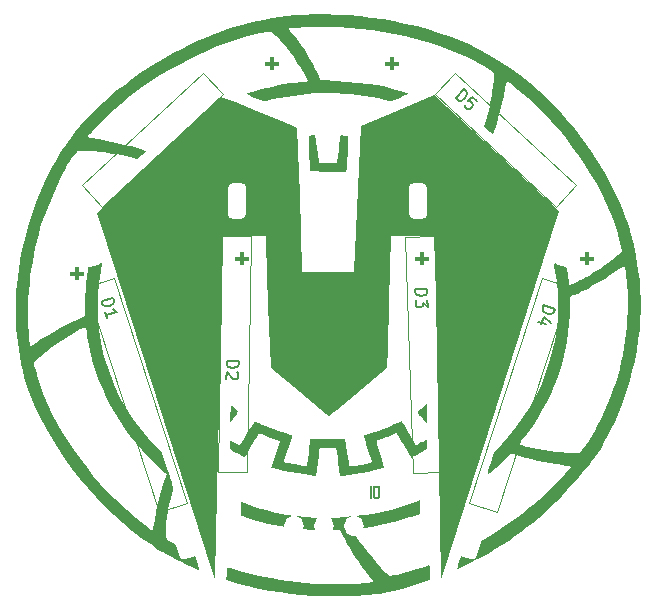
<source format=gbr>
%TF.GenerationSoftware,KiCad,Pcbnew,(7.0.0)*%
%TF.CreationDate,2024-01-04T11:39:15-05:00*%
%TF.ProjectId,MAGFest2023SolderingClass_variant1,4d414746-6573-4743-9230-3233536f6c64,rev?*%
%TF.SameCoordinates,Original*%
%TF.FileFunction,Legend,Top*%
%TF.FilePolarity,Positive*%
%FSLAX46Y46*%
G04 Gerber Fmt 4.6, Leading zero omitted, Abs format (unit mm)*
G04 Created by KiCad (PCBNEW (7.0.0)) date 2024-01-04 11:39:15*
%MOMM*%
%LPD*%
G01*
G04 APERTURE LIST*
G04 Aperture macros list*
%AMRoundRect*
0 Rectangle with rounded corners*
0 $1 Rounding radius*
0 $2 $3 $4 $5 $6 $7 $8 $9 X,Y pos of 4 corners*
0 Add a 4 corners polygon primitive as box body*
4,1,4,$2,$3,$4,$5,$6,$7,$8,$9,$2,$3,0*
0 Add four circle primitives for the rounded corners*
1,1,$1+$1,$2,$3*
1,1,$1+$1,$4,$5*
1,1,$1+$1,$6,$7*
1,1,$1+$1,$8,$9*
0 Add four rect primitives between the rounded corners*
20,1,$1+$1,$2,$3,$4,$5,0*
20,1,$1+$1,$4,$5,$6,$7,0*
20,1,$1+$1,$6,$7,$8,$9,0*
20,1,$1+$1,$8,$9,$2,$3,0*%
G04 Aperture macros list end*
%ADD10C,0.250000*%
%ADD11C,0.000000*%
%ADD12C,0.150000*%
%ADD13C,0.120000*%
%ADD14RoundRect,0.381000X-0.016563X1.181968X-0.708143X-0.946497X0.016563X-1.181968X0.708143X0.946497X0*%
%ADD15RoundRect,0.381000X-0.419820X1.105022X-0.341715X-1.131615X0.419820X-1.105022X0.341715X1.131615X0*%
%ADD16RoundRect,0.381000X-0.708143X0.946497X-0.016563X-1.181968X0.708143X-0.946497X0.016563X1.181968X0*%
%ADD17RoundRect,0.381000X0.558543X1.041802X-1.078226X-0.484510X-0.558543X-1.041802X1.078226X0.484510X0*%
%ADD18R,1.700000X1.700000*%
%ADD19O,1.700000X1.700000*%
%ADD20RoundRect,0.381000X-1.078226X0.484510X0.558543X-1.041802X1.078226X-0.484510X-0.558543X1.041802X0*%
%ADD21RoundRect,0.381000X-0.361413X1.125479X-0.400471X-1.112180X0.361413X-1.125479X0.400471X1.112180X0*%
G04 APERTURE END LIST*
D10*
G36*
X155537449Y-71934685D02*
G01*
X155118328Y-71934685D01*
X155118328Y-72341106D01*
X154825725Y-72341106D01*
X154825725Y-71934685D01*
X154406605Y-71934685D01*
X154406605Y-71622055D01*
X154825725Y-71622055D01*
X154825725Y-71215635D01*
X155118328Y-71215635D01*
X155118328Y-71622055D01*
X155537449Y-71622055D01*
X155537449Y-71934685D01*
G37*
G36*
X140297449Y-71934685D02*
G01*
X139878328Y-71934685D01*
X139878328Y-72341106D01*
X139585725Y-72341106D01*
X139585725Y-71934685D01*
X139166605Y-71934685D01*
X139166605Y-71622055D01*
X139585725Y-71622055D01*
X139585725Y-71215635D01*
X139878328Y-71215635D01*
X139878328Y-71622055D01*
X140297449Y-71622055D01*
X140297449Y-71934685D01*
G37*
G36*
X126327449Y-73204685D02*
G01*
X125908328Y-73204685D01*
X125908328Y-73611106D01*
X125615725Y-73611106D01*
X125615725Y-73204685D01*
X125196605Y-73204685D01*
X125196605Y-72892055D01*
X125615725Y-72892055D01*
X125615725Y-72485635D01*
X125908328Y-72485635D01*
X125908328Y-72892055D01*
X126327449Y-72892055D01*
X126327449Y-73204685D01*
G37*
G36*
X142837449Y-55424685D02*
G01*
X142418328Y-55424685D01*
X142418328Y-55831106D01*
X142125725Y-55831106D01*
X142125725Y-55424685D01*
X141706605Y-55424685D01*
X141706605Y-55112055D01*
X142125725Y-55112055D01*
X142125725Y-54705635D01*
X142418328Y-54705635D01*
X142418328Y-55112055D01*
X142837449Y-55112055D01*
X142837449Y-55424685D01*
G37*
G36*
X152997449Y-55424685D02*
G01*
X152578328Y-55424685D01*
X152578328Y-55831106D01*
X152285725Y-55831106D01*
X152285725Y-55424685D01*
X151866605Y-55424685D01*
X151866605Y-55112055D01*
X152285725Y-55112055D01*
X152285725Y-54705635D01*
X152578328Y-54705635D01*
X152578328Y-55112055D01*
X152997449Y-55112055D01*
X152997449Y-55424685D01*
G37*
G36*
X169507449Y-71934685D02*
G01*
X169088328Y-71934685D01*
X169088328Y-72341106D01*
X168795725Y-72341106D01*
X168795725Y-71934685D01*
X168376605Y-71934685D01*
X168376605Y-71622055D01*
X168795725Y-71622055D01*
X168795725Y-71215635D01*
X169088328Y-71215635D01*
X169088328Y-71622055D01*
X169507449Y-71622055D01*
X169507449Y-71934685D01*
G37*
D11*
G36*
X161291342Y-62832540D02*
G01*
X166581155Y-67756848D01*
X156614697Y-99015118D01*
X156110665Y-70397260D01*
X156110665Y-69880925D01*
X154214135Y-69880925D01*
X152874350Y-69883686D01*
X152466520Y-69886673D01*
X152355359Y-69888432D01*
X152316411Y-69890317D01*
X152167052Y-75453975D01*
X152059268Y-79379464D01*
X152008435Y-81017369D01*
X150953996Y-81912104D01*
X149296060Y-83296075D01*
X147760062Y-84566416D01*
X147264490Y-84970581D01*
X147071443Y-85120263D01*
X146862810Y-84954916D01*
X146327996Y-84512364D01*
X144603673Y-83065375D01*
X142181018Y-81020806D01*
X142161571Y-80830705D01*
X142097772Y-79262322D01*
X141971465Y-75758378D01*
X141776999Y-70378472D01*
X141753318Y-69880925D01*
X138121251Y-69880925D01*
X138121251Y-70247107D01*
X137802163Y-84490289D01*
X137482944Y-98703309D01*
X137482762Y-98739748D01*
X137482275Y-98774287D01*
X137481493Y-98806831D01*
X137480425Y-98837280D01*
X137479084Y-98865538D01*
X137477478Y-98891508D01*
X137475619Y-98915091D01*
X137473517Y-98936190D01*
X137471183Y-98954709D01*
X137468626Y-98970548D01*
X137465858Y-98983612D01*
X137464398Y-98989072D01*
X137462889Y-98993802D01*
X137461332Y-98997789D01*
X137459729Y-99001021D01*
X137458080Y-99003486D01*
X137456388Y-99005171D01*
X137454654Y-99006065D01*
X137452878Y-99006156D01*
X137451062Y-99005430D01*
X137449208Y-99003877D01*
X132450039Y-83438702D01*
X127469522Y-67883849D01*
X132637942Y-63007562D01*
X137938821Y-58059341D01*
X138227658Y-58155972D01*
X138952189Y-58439338D01*
X141131464Y-59327670D01*
X143322919Y-60247133D01*
X144062673Y-60569411D01*
X144372825Y-60720520D01*
X144611562Y-66379742D01*
X144842063Y-72800864D01*
X144843783Y-72922971D01*
X147022098Y-72922971D01*
X147608782Y-72922472D01*
X148086995Y-72920842D01*
X148466065Y-72917878D01*
X148755316Y-72913380D01*
X148869175Y-72910492D01*
X148964077Y-72907145D01*
X149041187Y-72903313D01*
X149101673Y-72898972D01*
X149146698Y-72894096D01*
X149177431Y-72888661D01*
X149187801Y-72885725D01*
X149195035Y-72882639D01*
X149199278Y-72879402D01*
X149200677Y-72876008D01*
X149772441Y-60583201D01*
X152881429Y-59256051D01*
X155987241Y-57939088D01*
X161291342Y-62832540D01*
G37*
G36*
X145904254Y-61323784D02*
G01*
X145906334Y-61323853D01*
X145908359Y-61323967D01*
X145910326Y-61324127D01*
X145912231Y-61324330D01*
X145914073Y-61324577D01*
X145915847Y-61324867D01*
X145917551Y-61325199D01*
X145919182Y-61325572D01*
X145920738Y-61325986D01*
X145922214Y-61326440D01*
X145923608Y-61326933D01*
X145924918Y-61327465D01*
X145926140Y-61328035D01*
X145927271Y-61328642D01*
X145928308Y-61329286D01*
X145929249Y-61329965D01*
X145930090Y-61330679D01*
X145930828Y-61331428D01*
X145931461Y-61332210D01*
X145931986Y-61333025D01*
X145932399Y-61333873D01*
X145932698Y-61334752D01*
X145932879Y-61335662D01*
X145932940Y-61336602D01*
X146066704Y-62398045D01*
X146217631Y-63543227D01*
X146239989Y-63684117D01*
X147763062Y-63684117D01*
X147788066Y-63505656D01*
X147833277Y-63148039D01*
X147906865Y-62538605D01*
X147938431Y-62277788D01*
X147967773Y-62045053D01*
X147994641Y-61842103D01*
X148018784Y-61670639D01*
X148039950Y-61532364D01*
X148057888Y-61428979D01*
X148065568Y-61390903D01*
X148072348Y-61362188D01*
X148078194Y-61343046D01*
X148083077Y-61333691D01*
X148086691Y-61332004D01*
X148093522Y-61330797D01*
X148115979Y-61329731D01*
X148190096Y-61332348D01*
X148291766Y-61340068D01*
X148407323Y-61351419D01*
X148523104Y-61364927D01*
X148625444Y-61379121D01*
X148700678Y-61392528D01*
X148723861Y-61398475D01*
X148735143Y-61403674D01*
X148740028Y-61437693D01*
X148741516Y-61521860D01*
X148735652Y-61813679D01*
X148698050Y-62702514D01*
X148644003Y-63638775D01*
X148617584Y-63989877D01*
X148595178Y-64191059D01*
X148554564Y-64416485D01*
X147050937Y-64409472D01*
X146464874Y-64404423D01*
X145980648Y-64395665D01*
X145792439Y-64390287D01*
X145648548Y-64384451D01*
X145555262Y-64378315D01*
X145529560Y-64375183D01*
X145518867Y-64372035D01*
X145503168Y-64237544D01*
X145483940Y-63905909D01*
X145443742Y-62911369D01*
X145415971Y-61908743D01*
X145412277Y-61567000D01*
X145418326Y-61418359D01*
X145421866Y-61411021D01*
X145426692Y-61404087D01*
X145432824Y-61397550D01*
X145440281Y-61391404D01*
X145449081Y-61385642D01*
X145459243Y-61380258D01*
X145470785Y-61375247D01*
X145483728Y-61370601D01*
X145498089Y-61366315D01*
X145513888Y-61362383D01*
X145531142Y-61358797D01*
X145549872Y-61355553D01*
X145570095Y-61352644D01*
X145591831Y-61350063D01*
X145615098Y-61347805D01*
X145639914Y-61345863D01*
X145720946Y-61339900D01*
X145794349Y-61333973D01*
X145852050Y-61328766D01*
X145872490Y-61326646D01*
X145885978Y-61324961D01*
X145888394Y-61324639D01*
X145890778Y-61324369D01*
X145893128Y-61324149D01*
X145895440Y-61323979D01*
X145897712Y-61323858D01*
X145899940Y-61323786D01*
X145902122Y-61323762D01*
X145904254Y-61323784D01*
G37*
G36*
X138795541Y-84196072D02*
G01*
X138807591Y-84201048D01*
X138821422Y-84208120D01*
X138853857Y-84228022D01*
X138891712Y-84254703D01*
X138933852Y-84287092D01*
X138979143Y-84324114D01*
X139026448Y-84364698D01*
X139074635Y-84407769D01*
X139122567Y-84452254D01*
X139169110Y-84497080D01*
X139213129Y-84541174D01*
X139253489Y-84583463D01*
X139289056Y-84622874D01*
X139318695Y-84658332D01*
X139341270Y-84688767D01*
X139349554Y-84701764D01*
X139355647Y-84713103D01*
X139359407Y-84722648D01*
X139360692Y-84730267D01*
X139359175Y-84739914D01*
X139354745Y-84753135D01*
X139337859Y-84789302D01*
X139311465Y-84836774D01*
X139276997Y-84893556D01*
X139189563Y-85027067D01*
X139087013Y-85173873D01*
X138980805Y-85318012D01*
X138882395Y-85443524D01*
X138839694Y-85494306D01*
X138803240Y-85534445D01*
X138774463Y-85561946D01*
X138763401Y-85570334D01*
X138754796Y-85574815D01*
X138749104Y-85576135D01*
X138744030Y-85576100D01*
X138741724Y-85575561D01*
X138739570Y-85574668D01*
X138737569Y-85573415D01*
X138735719Y-85571798D01*
X138732471Y-85567449D01*
X138729823Y-85561580D01*
X138727768Y-85554149D01*
X138726303Y-85545117D01*
X138725422Y-85534441D01*
X138725121Y-85522080D01*
X138725395Y-85507994D01*
X138726239Y-85492142D01*
X138727647Y-85474482D01*
X138729616Y-85454973D01*
X138735215Y-85410245D01*
X138740141Y-85363516D01*
X138744732Y-85299267D01*
X138752512Y-85129737D01*
X138757762Y-84924712D01*
X138759688Y-84707246D01*
X138760344Y-84594385D01*
X138762258Y-84493207D01*
X138765346Y-84404865D01*
X138767306Y-84365868D01*
X138769528Y-84330513D01*
X138772003Y-84298944D01*
X138774720Y-84271305D01*
X138777670Y-84247739D01*
X138780841Y-84228393D01*
X138784224Y-84213408D01*
X138785992Y-84207597D01*
X138787809Y-84202931D01*
X138789673Y-84199427D01*
X138791584Y-84197104D01*
X138793541Y-84195980D01*
X138795541Y-84196072D01*
G37*
G36*
X155520780Y-92460198D02*
G01*
X155533867Y-92675883D01*
X155538357Y-92761669D01*
X155540222Y-92834787D01*
X155538520Y-92896763D01*
X155536036Y-92924049D01*
X155532308Y-92949123D01*
X155527217Y-92972174D01*
X155520645Y-92993394D01*
X155512474Y-93012974D01*
X155502588Y-93031104D01*
X155490867Y-93047975D01*
X155477195Y-93063778D01*
X155461453Y-93078704D01*
X155443524Y-93092943D01*
X155423289Y-93106687D01*
X155400632Y-93120127D01*
X155347578Y-93146854D01*
X155283419Y-93174653D01*
X155207214Y-93205050D01*
X155014894Y-93279744D01*
X154350763Y-93525849D01*
X153646639Y-93757992D01*
X152917418Y-93972517D01*
X152177999Y-94165768D01*
X151443280Y-94334092D01*
X150728161Y-94473830D01*
X150047538Y-94581329D01*
X149416310Y-94652932D01*
X149357847Y-94658452D01*
X149303306Y-94664371D01*
X149253880Y-94670508D01*
X149210764Y-94676678D01*
X149191945Y-94679720D01*
X149175151Y-94682701D01*
X149160531Y-94685599D01*
X149148235Y-94688391D01*
X149138412Y-94691054D01*
X149131210Y-94693566D01*
X149128639Y-94694759D01*
X149126780Y-94695904D01*
X149125650Y-94697000D01*
X149125270Y-94698045D01*
X149131587Y-94743874D01*
X149150094Y-94802980D01*
X149221013Y-94957581D01*
X149332695Y-95154978D01*
X149479807Y-95388300D01*
X149657019Y-95650679D01*
X149858997Y-95935242D01*
X150315928Y-96543446D01*
X150807945Y-97157951D01*
X151053781Y-97450391D01*
X151292393Y-97723795D01*
X151518450Y-97971294D01*
X151726618Y-98186018D01*
X151911568Y-98361097D01*
X152067966Y-98489659D01*
X152250396Y-98623536D01*
X152556254Y-98574986D01*
X152835852Y-98521485D01*
X153187380Y-98440394D01*
X153588511Y-98338017D01*
X154016919Y-98220660D01*
X154450275Y-98094627D01*
X154866253Y-97966223D01*
X155242525Y-97841754D01*
X155556764Y-97727525D01*
X155567552Y-97724006D01*
X155577098Y-97722812D01*
X155585477Y-97724669D01*
X155592765Y-97730301D01*
X155599036Y-97740435D01*
X155604366Y-97755796D01*
X155608831Y-97777108D01*
X155612506Y-97805097D01*
X155617788Y-97884010D01*
X155620813Y-97998335D01*
X155622510Y-98356439D01*
X155622510Y-99010888D01*
X154843179Y-99260121D01*
X153870337Y-99558198D01*
X152975712Y-99801896D01*
X152548540Y-99904768D01*
X152129893Y-99995745D01*
X151716095Y-100075392D01*
X151303470Y-100144277D01*
X150888341Y-100202965D01*
X150467031Y-100252024D01*
X150035866Y-100292019D01*
X149591167Y-100323518D01*
X148646467Y-100363289D01*
X147603520Y-100375871D01*
X146646582Y-100363273D01*
X145711906Y-100324038D01*
X144793812Y-100257484D01*
X143886620Y-100162930D01*
X142984649Y-100039695D01*
X142082219Y-99887100D01*
X141173650Y-99704462D01*
X140253263Y-99491101D01*
X139823327Y-99383610D01*
X139481473Y-99293543D01*
X139144083Y-99198042D01*
X138727542Y-99074250D01*
X138413613Y-98979932D01*
X138440602Y-98448247D01*
X138449843Y-98240654D01*
X138453507Y-98159063D01*
X138457627Y-98091063D01*
X138463020Y-98035745D01*
X138466451Y-98012558D01*
X138470508Y-97992201D01*
X138475292Y-97974559D01*
X138480908Y-97959520D01*
X138487456Y-97946969D01*
X138495040Y-97936794D01*
X138503762Y-97928880D01*
X138513725Y-97923114D01*
X138525030Y-97919383D01*
X138537780Y-97917571D01*
X138552078Y-97917567D01*
X138568026Y-97919256D01*
X138585726Y-97922525D01*
X138605281Y-97927260D01*
X138650365Y-97940673D01*
X138704098Y-97958587D01*
X138840785Y-98004281D01*
X139506653Y-98207188D01*
X140183735Y-98393847D01*
X140870814Y-98564126D01*
X141566671Y-98717893D01*
X142270087Y-98855015D01*
X142979844Y-98975363D01*
X143694723Y-99078803D01*
X144413505Y-99165203D01*
X145134973Y-99234433D01*
X145857907Y-99286360D01*
X146581089Y-99320852D01*
X147303301Y-99337778D01*
X148023324Y-99337006D01*
X148739939Y-99318403D01*
X149451928Y-99281839D01*
X150158072Y-99227181D01*
X150396491Y-99205382D01*
X150493013Y-99196210D01*
X150575677Y-99187921D01*
X150612110Y-99184044D01*
X150645435Y-99180312D01*
X150675770Y-99176699D01*
X150703236Y-99173181D01*
X150727950Y-99169732D01*
X150750031Y-99166328D01*
X150769598Y-99162941D01*
X150786771Y-99159549D01*
X150801667Y-99156124D01*
X150814406Y-99152642D01*
X150820003Y-99150872D01*
X150825106Y-99149079D01*
X150829729Y-99147258D01*
X150833886Y-99145407D01*
X150837594Y-99143524D01*
X150840866Y-99141603D01*
X150843717Y-99139644D01*
X150846163Y-99137641D01*
X150848218Y-99135593D01*
X150849897Y-99133496D01*
X150851215Y-99131347D01*
X150852187Y-99129142D01*
X150852827Y-99126879D01*
X150853151Y-99124555D01*
X150853173Y-99122166D01*
X150852908Y-99119708D01*
X150852371Y-99117180D01*
X150851577Y-99114578D01*
X150850540Y-99111898D01*
X150849276Y-99109138D01*
X150846126Y-99103363D01*
X150842243Y-99097229D01*
X150837748Y-99090709D01*
X150832759Y-99083779D01*
X150247369Y-98306298D01*
X149923537Y-97869699D01*
X149620602Y-97446219D01*
X149339045Y-97036602D01*
X149079349Y-96641590D01*
X148841996Y-96261927D01*
X148627467Y-95898353D01*
X148436246Y-95551612D01*
X148268813Y-95222447D01*
X148054898Y-94781785D01*
X147078454Y-94780862D01*
X146541722Y-94774766D01*
X146011177Y-94757535D01*
X145486528Y-94729115D01*
X144967482Y-94689452D01*
X144453746Y-94638492D01*
X143945029Y-94576180D01*
X143441037Y-94502465D01*
X142941478Y-94417290D01*
X142446060Y-94320603D01*
X141954491Y-94212350D01*
X141466478Y-94092477D01*
X140981728Y-93960929D01*
X140499949Y-93817654D01*
X140020849Y-93662597D01*
X139544136Y-93495704D01*
X139069516Y-93316922D01*
X138571967Y-93122845D01*
X138571967Y-92562199D01*
X138572599Y-92430954D01*
X138573389Y-92371864D01*
X138574493Y-92317133D01*
X138575912Y-92266764D01*
X138577646Y-92220759D01*
X138579694Y-92179122D01*
X138582055Y-92141856D01*
X138584729Y-92108963D01*
X138587716Y-92080447D01*
X138591016Y-92056309D01*
X138594627Y-92036554D01*
X138598550Y-92021184D01*
X138600629Y-92015144D01*
X138602785Y-92010202D01*
X138605018Y-92006357D01*
X138607330Y-92003610D01*
X138609719Y-92001962D01*
X138612185Y-92001412D01*
X138633486Y-92006710D01*
X138678938Y-92021893D01*
X138830995Y-92077645D01*
X139045758Y-92160137D01*
X139300630Y-92260835D01*
X139714818Y-92420897D01*
X140139343Y-92574100D01*
X140570962Y-92719461D01*
X141006432Y-92856000D01*
X141442510Y-92982734D01*
X141875952Y-93098684D01*
X142303515Y-93202866D01*
X142721957Y-93294301D01*
X143521044Y-93441707D01*
X144327846Y-93557779D01*
X145140379Y-93642721D01*
X145956658Y-93696735D01*
X146774700Y-93720024D01*
X147592520Y-93712790D01*
X148408136Y-93675237D01*
X149219562Y-93607566D01*
X150024814Y-93509981D01*
X150821910Y-93382684D01*
X151608864Y-93225879D01*
X152383692Y-93039766D01*
X153144412Y-92824550D01*
X153889039Y-92580433D01*
X154615588Y-92307618D01*
X155322076Y-92006306D01*
X155491014Y-91929711D01*
X155520780Y-92460198D01*
G37*
G36*
X140833897Y-85542504D02*
G01*
X140841890Y-85544741D01*
X140865684Y-85553338D01*
X140898771Y-85566926D01*
X140939806Y-85584902D01*
X140987446Y-85606661D01*
X141040346Y-85631598D01*
X141097162Y-85659108D01*
X141156550Y-85688588D01*
X141433203Y-85821016D01*
X141745068Y-85958806D01*
X142080575Y-86097581D01*
X142428154Y-86232967D01*
X142776235Y-86360589D01*
X143113248Y-86476072D01*
X143427624Y-86575042D01*
X143707793Y-86653123D01*
X143816830Y-86677684D01*
X143859607Y-86688251D01*
X143894339Y-86700946D01*
X143920867Y-86718224D01*
X143931004Y-86729347D01*
X143939028Y-86742536D01*
X143944921Y-86758097D01*
X143948662Y-86776337D01*
X143949606Y-86822079D01*
X143941700Y-86882215D01*
X143924782Y-86959199D01*
X143898690Y-87055483D01*
X143863264Y-87173522D01*
X143624980Y-87912278D01*
X143487727Y-88340015D01*
X143376470Y-88690995D01*
X143302618Y-88928940D01*
X143283284Y-88994188D01*
X143277581Y-89017575D01*
X143575679Y-89077274D01*
X144217631Y-89198812D01*
X144863328Y-89318465D01*
X145172662Y-89372510D01*
X145181972Y-89368821D01*
X145191390Y-89357508D01*
X145200979Y-89338196D01*
X145210800Y-89310513D01*
X145231384Y-89228540D01*
X145253639Y-89108605D01*
X145278058Y-88947724D01*
X145305135Y-88742913D01*
X145369245Y-88189561D01*
X145401233Y-87909259D01*
X145433556Y-87645874D01*
X145462431Y-87428973D01*
X145474393Y-87347194D01*
X145484075Y-87288125D01*
X145524819Y-87062833D01*
X146987041Y-87062833D01*
X147554855Y-87064317D01*
X148019990Y-87068355D01*
X148334437Y-87074328D01*
X148420150Y-87077847D01*
X148442503Y-87079705D01*
X148450187Y-87081616D01*
X148511851Y-87491195D01*
X148641381Y-88265017D01*
X148772846Y-89017482D01*
X148818700Y-89265205D01*
X148840314Y-89362988D01*
X148857385Y-89367254D01*
X148894360Y-89367424D01*
X149019673Y-89356803D01*
X149199562Y-89333780D01*
X149417338Y-89301009D01*
X149656309Y-89261143D01*
X149899785Y-89216837D01*
X150131076Y-89170746D01*
X150333491Y-89125523D01*
X150734334Y-89029084D01*
X150701129Y-88928540D01*
X150571015Y-88500255D01*
X150355450Y-87769501D01*
X150153477Y-87074515D01*
X150064143Y-86753533D01*
X150064573Y-86751874D01*
X150065848Y-86750004D01*
X150070851Y-86745659D01*
X150078983Y-86740560D01*
X150090076Y-86734768D01*
X150120470Y-86721354D01*
X150160683Y-86705908D01*
X150209367Y-86688925D01*
X150265174Y-86670896D01*
X150326754Y-86652315D01*
X150392758Y-86633675D01*
X150693293Y-86546556D01*
X151013904Y-86444193D01*
X151346155Y-86329788D01*
X151681609Y-86206540D01*
X152011829Y-86077649D01*
X152328378Y-85946315D01*
X152622821Y-85815737D01*
X152886720Y-85689114D01*
X152946544Y-85659530D01*
X153004239Y-85631992D01*
X153058406Y-85607100D01*
X153107646Y-85585449D01*
X153150561Y-85567637D01*
X153185753Y-85554259D01*
X153200015Y-85549421D01*
X153211823Y-85545914D01*
X153221000Y-85543815D01*
X153227372Y-85543198D01*
X153234975Y-85548137D01*
X153247717Y-85562340D01*
X153287438Y-85616641D01*
X153344185Y-85702305D01*
X153415605Y-85815535D01*
X153593060Y-86109507D01*
X153800988Y-86468182D01*
X154191363Y-87151964D01*
X154391538Y-87498998D01*
X154456357Y-87606152D01*
X154922689Y-87325036D01*
X155016798Y-87268599D01*
X155105501Y-87215944D01*
X155186791Y-87168226D01*
X155258659Y-87126598D01*
X155319099Y-87092213D01*
X155366103Y-87066224D01*
X155397662Y-87049785D01*
X155407024Y-87045507D01*
X155411771Y-87044049D01*
X155414097Y-87046143D01*
X155416356Y-87052287D01*
X155420625Y-87075900D01*
X155424485Y-87113232D01*
X155427844Y-87162630D01*
X155430606Y-87222440D01*
X155432681Y-87291008D01*
X155433974Y-87366680D01*
X155434392Y-87447800D01*
X155433995Y-87851556D01*
X154772271Y-88227132D01*
X154513309Y-88373750D01*
X154297197Y-88495402D01*
X154146544Y-88579424D01*
X154102830Y-88603368D01*
X154083959Y-88613156D01*
X154078147Y-88608869D01*
X154066432Y-88594175D01*
X154026567Y-88535665D01*
X153890036Y-88316859D01*
X153694792Y-87990350D01*
X153461263Y-87589749D01*
X153340874Y-87382034D01*
X153227290Y-87188258D01*
X153123085Y-87012661D01*
X153030834Y-86859482D01*
X152953113Y-86732962D01*
X152892496Y-86637341D01*
X152851558Y-86576859D01*
X152839274Y-86561120D01*
X152835319Y-86557108D01*
X152832875Y-86555756D01*
X152813954Y-86560701D01*
X152772330Y-86574871D01*
X152631479Y-86626913D01*
X152431320Y-86703933D01*
X152192849Y-86797982D01*
X152066004Y-86847953D01*
X151938398Y-86897114D01*
X151694738Y-86987973D01*
X151585597Y-87027156D01*
X151489525Y-87060500D01*
X151409980Y-87086746D01*
X151350417Y-87104638D01*
X151258973Y-87129856D01*
X151222766Y-87141345D01*
X151192672Y-87153395D01*
X151179862Y-87159936D01*
X151168516Y-87166985D01*
X151158612Y-87174665D01*
X151150127Y-87183097D01*
X151143040Y-87192406D01*
X151137330Y-87202712D01*
X151132975Y-87214139D01*
X151129953Y-87226809D01*
X151128242Y-87240845D01*
X151127822Y-87256369D01*
X151128669Y-87273505D01*
X151130764Y-87292373D01*
X151138605Y-87335802D01*
X151151173Y-87387635D01*
X151168294Y-87448854D01*
X151189795Y-87520439D01*
X151245244Y-87698628D01*
X151326009Y-87963448D01*
X151411122Y-88251962D01*
X151574618Y-88828463D01*
X151643117Y-89080645D01*
X151696194Y-89284910D01*
X151728905Y-89423357D01*
X151736080Y-89462303D01*
X151736310Y-89478082D01*
X151689791Y-89504138D01*
X151598718Y-89536375D01*
X151301451Y-89615865D01*
X150881600Y-89709498D01*
X150376253Y-89810216D01*
X149822500Y-89910966D01*
X149257430Y-90004691D01*
X148718131Y-90084336D01*
X148241694Y-90142846D01*
X148015344Y-90166661D01*
X147875512Y-89012280D01*
X147819519Y-88562281D01*
X147770372Y-88190503D01*
X147750025Y-88046005D01*
X147733380Y-87935531D01*
X147721101Y-87863903D01*
X147716806Y-87844164D01*
X147713851Y-87835946D01*
X147708062Y-87833632D01*
X147695452Y-87831268D01*
X147651219Y-87826453D01*
X147496859Y-87816961D01*
X147273989Y-87808561D01*
X147005826Y-87802342D01*
X146319629Y-87790700D01*
X146276767Y-88065205D01*
X146254101Y-88223643D01*
X146224032Y-88452143D01*
X146157308Y-88996938D01*
X146128929Y-89235777D01*
X146101929Y-89453751D01*
X146076743Y-89647779D01*
X146053806Y-89814781D01*
X146033554Y-89951676D01*
X146016423Y-90055383D01*
X146002848Y-90122823D01*
X145997530Y-90141980D01*
X145993264Y-90150914D01*
X145949423Y-90159067D01*
X145851046Y-90155420D01*
X145516637Y-90117329D01*
X145041935Y-90045852D01*
X144478840Y-89950196D01*
X143879252Y-89839570D01*
X143295068Y-89723183D01*
X142778189Y-89610244D01*
X142380513Y-89509961D01*
X142226920Y-89466439D01*
X142590592Y-88333230D01*
X142954129Y-87200150D01*
X142443748Y-87023675D01*
X142216611Y-86942504D01*
X141975634Y-86851845D01*
X141749539Y-86762798D01*
X141651049Y-86722348D01*
X141567052Y-86686463D01*
X141201001Y-86525597D01*
X140988540Y-86888074D01*
X140766912Y-87255414D01*
X140441464Y-87785062D01*
X140131420Y-88284025D01*
X139956004Y-88559312D01*
X139947014Y-88561941D01*
X139928054Y-88558749D01*
X139861862Y-88535700D01*
X139760695Y-88491765D01*
X139627821Y-88428544D01*
X139466509Y-88347637D01*
X139280027Y-88250645D01*
X139071642Y-88139166D01*
X138844623Y-88014802D01*
X138685210Y-87926564D01*
X138684945Y-87541730D01*
X138685502Y-87464377D01*
X138687192Y-87392223D01*
X138689896Y-87326845D01*
X138691591Y-87297189D01*
X138693494Y-87269818D01*
X138695592Y-87244929D01*
X138697868Y-87222719D01*
X138700308Y-87203385D01*
X138702898Y-87187125D01*
X138705621Y-87174135D01*
X138708463Y-87164613D01*
X138709925Y-87161213D01*
X138711410Y-87158755D01*
X138712918Y-87157261D01*
X138714446Y-87156758D01*
X138719447Y-87157829D01*
X138728111Y-87160971D01*
X138755599Y-87173045D01*
X138795257Y-87192135D01*
X138845431Y-87217398D01*
X138970709Y-87283058D01*
X139118199Y-87363267D01*
X139271495Y-87449347D01*
X139332581Y-87482827D01*
X139385168Y-87509204D01*
X139408714Y-87519557D01*
X139430663Y-87527928D01*
X139451190Y-87534250D01*
X139470471Y-87538454D01*
X139488683Y-87540471D01*
X139506000Y-87540232D01*
X139522599Y-87537670D01*
X139538656Y-87532716D01*
X139554346Y-87525301D01*
X139569845Y-87515356D01*
X139585329Y-87502814D01*
X139600974Y-87487606D01*
X139616955Y-87469663D01*
X139633449Y-87448918D01*
X139668678Y-87398743D01*
X139708065Y-87336534D01*
X139753019Y-87261743D01*
X139865251Y-87072224D01*
X140167950Y-86569086D01*
X140477893Y-86058209D01*
X140541916Y-85954469D01*
X140603051Y-85857686D01*
X140659861Y-85769977D01*
X140710909Y-85693464D01*
X140754757Y-85630264D01*
X140773532Y-85604319D01*
X140789968Y-85582497D01*
X140803886Y-85565064D01*
X140815106Y-85552283D01*
X140823448Y-85544421D01*
X140826484Y-85542417D01*
X140828732Y-85541741D01*
X140833897Y-85542504D01*
G37*
G36*
X155367494Y-84081476D02*
G01*
X155370734Y-84094194D01*
X155376823Y-84143068D01*
X155382282Y-84220337D01*
X155386983Y-84322575D01*
X155393595Y-84588254D01*
X155395631Y-84912694D01*
X155394311Y-85748383D01*
X155226163Y-85560525D01*
X155144242Y-85466583D01*
X155046820Y-85351142D01*
X154941798Y-85224017D01*
X154837078Y-85095026D01*
X154740562Y-84973984D01*
X154660152Y-84870709D01*
X154603750Y-84795016D01*
X154587022Y-84770581D01*
X154579259Y-84756722D01*
X154579215Y-84754818D01*
X154580159Y-84752096D01*
X154584915Y-84744289D01*
X154593337Y-84733484D01*
X154605236Y-84719862D01*
X154638699Y-84684889D01*
X154683786Y-84640820D01*
X154738974Y-84589105D01*
X154802743Y-84531193D01*
X154873572Y-84468534D01*
X154949941Y-84402577D01*
X155027197Y-84337204D01*
X155100571Y-84276217D01*
X155168364Y-84220950D01*
X155228877Y-84172738D01*
X155280411Y-84132917D01*
X155321266Y-84102821D01*
X155337158Y-84091836D01*
X155349743Y-84083784D01*
X155358810Y-84078830D01*
X155361957Y-84077567D01*
X155364144Y-84077142D01*
X155367494Y-84081476D01*
G37*
G36*
X121037228Y-80662698D02*
G01*
X122139287Y-80662698D01*
X122141856Y-80713430D01*
X122149699Y-80772041D01*
X122162587Y-80840197D01*
X122180291Y-80919564D01*
X122202582Y-81011810D01*
X122260009Y-81241603D01*
X122455641Y-81941976D01*
X122697840Y-82662355D01*
X122984207Y-83398997D01*
X123312346Y-84148159D01*
X123679858Y-84906100D01*
X124084347Y-85669078D01*
X124523413Y-86433349D01*
X124994660Y-87195173D01*
X125495689Y-87950806D01*
X126024104Y-88696507D01*
X126577505Y-89428533D01*
X127153497Y-90143142D01*
X127749679Y-90836592D01*
X128363656Y-91505140D01*
X128993030Y-92145045D01*
X129635402Y-92752564D01*
X129988574Y-93065836D01*
X130384627Y-93403646D01*
X130796642Y-93744644D01*
X131197700Y-94067478D01*
X131560881Y-94350798D01*
X131859266Y-94573254D01*
X131975748Y-94654986D01*
X132065936Y-94713495D01*
X132126465Y-94746112D01*
X132144556Y-94751877D01*
X132153971Y-94750169D01*
X132156634Y-94745380D01*
X132159883Y-94736523D01*
X132167954Y-94707499D01*
X132177827Y-94664897D01*
X132189143Y-94610518D01*
X132214674Y-94473626D01*
X132241680Y-94311223D01*
X132329480Y-93792911D01*
X132430497Y-93269776D01*
X132543005Y-92748703D01*
X132665277Y-92236577D01*
X132795586Y-91740282D01*
X132932205Y-91266703D01*
X133073406Y-90822726D01*
X133217463Y-90415234D01*
X133244421Y-90342545D01*
X133269566Y-90273386D01*
X133292347Y-90209365D01*
X133312217Y-90152089D01*
X133328627Y-90103167D01*
X133341028Y-90064205D01*
X133348871Y-90036810D01*
X133350912Y-90027953D01*
X133351607Y-90022591D01*
X133349318Y-90017142D01*
X133342601Y-90007980D01*
X133316790Y-89979366D01*
X133275984Y-89938449D01*
X133221994Y-89886927D01*
X133156632Y-89826501D01*
X133081707Y-89758869D01*
X132999031Y-89685731D01*
X132910414Y-89608785D01*
X132336406Y-89093200D01*
X131784174Y-88553207D01*
X131254539Y-87990205D01*
X130748323Y-87405591D01*
X130266349Y-86800765D01*
X129809438Y-86177125D01*
X129378411Y-85536069D01*
X128974092Y-84878995D01*
X128597301Y-84207302D01*
X128248860Y-83522387D01*
X127929591Y-82825651D01*
X127640317Y-82118489D01*
X127381859Y-81402303D01*
X127155038Y-80678488D01*
X126960677Y-79948445D01*
X126799597Y-79213570D01*
X126764864Y-79026377D01*
X126725876Y-78800858D01*
X126645990Y-78305124D01*
X126581657Y-77866937D01*
X126562110Y-77713351D01*
X126554594Y-77626864D01*
X126544902Y-77602851D01*
X126517273Y-77592243D01*
X126472723Y-77594388D01*
X126412271Y-77608639D01*
X126247723Y-77670859D01*
X126031764Y-77773705D01*
X125772529Y-77911984D01*
X125478152Y-78080499D01*
X124816513Y-78487456D01*
X124111924Y-78953015D01*
X123429463Y-79435611D01*
X123116869Y-79670309D01*
X122834210Y-79893681D01*
X122589623Y-80100531D01*
X122391243Y-80285662D01*
X122288190Y-80388182D01*
X122247435Y-80430428D01*
X122213556Y-80468886D01*
X122186324Y-80505224D01*
X122175129Y-80523118D01*
X122165510Y-80541107D01*
X122157438Y-80559399D01*
X122150885Y-80578203D01*
X122145822Y-80597726D01*
X122142220Y-80618178D01*
X122140051Y-80639765D01*
X122139287Y-80662698D01*
X121037228Y-80662698D01*
X121027961Y-80622106D01*
X120910257Y-80032058D01*
X120809898Y-79442593D01*
X120726843Y-78852578D01*
X120661047Y-78260884D01*
X120612468Y-77666379D01*
X120581063Y-77067932D01*
X120566788Y-76464413D01*
X120569601Y-75854691D01*
X120589459Y-75237634D01*
X120626319Y-74612112D01*
X120680137Y-73976993D01*
X120750871Y-73331147D01*
X120838477Y-72673443D01*
X120942913Y-72002749D01*
X121058405Y-71367452D01*
X121194396Y-70722329D01*
X121349562Y-70070870D01*
X121522576Y-69416567D01*
X121712115Y-68762911D01*
X121916852Y-68113392D01*
X122135462Y-67471501D01*
X122366620Y-66840729D01*
X122609000Y-66224567D01*
X122861278Y-65626506D01*
X123122128Y-65050037D01*
X123390224Y-64498650D01*
X123664242Y-63975837D01*
X123942856Y-63485088D01*
X124224741Y-63029894D01*
X124508571Y-62613746D01*
X124815719Y-62180921D01*
X125250859Y-61562160D01*
X125620617Y-61060513D01*
X126029268Y-60554713D01*
X126474670Y-60046486D01*
X126954678Y-59537560D01*
X127467151Y-59029660D01*
X128009944Y-58524513D01*
X128580915Y-58023844D01*
X129177921Y-57529381D01*
X129798818Y-57042848D01*
X130441464Y-56565974D01*
X131103715Y-56100483D01*
X131783428Y-55648102D01*
X132478461Y-55210558D01*
X133186669Y-54789576D01*
X133905911Y-54386883D01*
X134634043Y-54004205D01*
X135285053Y-53681656D01*
X135929004Y-53379740D01*
X136567109Y-53098117D01*
X137200577Y-52836448D01*
X137830619Y-52594391D01*
X138458448Y-52371609D01*
X139085273Y-52167761D01*
X139712305Y-51982507D01*
X140340756Y-51815508D01*
X140971836Y-51666424D01*
X141606757Y-51534915D01*
X142246730Y-51420642D01*
X142892964Y-51323264D01*
X143546672Y-51242443D01*
X144209065Y-51177838D01*
X144881352Y-51129110D01*
X145825117Y-51089010D01*
X146781977Y-51081295D01*
X147748670Y-51105331D01*
X148721931Y-51160482D01*
X149698499Y-51246112D01*
X150675109Y-51361587D01*
X151648499Y-51506270D01*
X152615405Y-51679526D01*
X153572565Y-51880720D01*
X154516715Y-52109217D01*
X155444592Y-52364380D01*
X156352933Y-52645576D01*
X157238474Y-52952167D01*
X158097953Y-53283519D01*
X158928106Y-53638996D01*
X159725671Y-54017963D01*
X160625327Y-54497148D01*
X161512657Y-55027104D01*
X162385570Y-55605602D01*
X163241974Y-56230415D01*
X164079777Y-56899314D01*
X164896888Y-57610071D01*
X165691216Y-58360459D01*
X166460670Y-59148250D01*
X167203159Y-59971215D01*
X167916590Y-60827127D01*
X168598872Y-61713758D01*
X169247915Y-62628879D01*
X169861627Y-63570263D01*
X170437916Y-64535681D01*
X170974691Y-65522907D01*
X171469861Y-66529712D01*
X171711733Y-67070476D01*
X171951277Y-67646224D01*
X172179272Y-68230784D01*
X172386494Y-68797984D01*
X172563721Y-69321651D01*
X172701730Y-69775615D01*
X172753146Y-69968278D01*
X172791299Y-70133702D01*
X172815036Y-70268613D01*
X172823205Y-70369740D01*
X172823280Y-70373407D01*
X172823502Y-70377111D01*
X172823869Y-70380845D01*
X172824375Y-70384602D01*
X172825018Y-70388377D01*
X172825793Y-70392162D01*
X172827727Y-70399736D01*
X172830149Y-70407272D01*
X172833027Y-70414717D01*
X172836333Y-70422019D01*
X172840038Y-70429123D01*
X172844112Y-70435978D01*
X172848525Y-70442531D01*
X172853249Y-70448728D01*
X172858253Y-70454517D01*
X172863508Y-70459845D01*
X172866221Y-70462320D01*
X172868985Y-70464659D01*
X172871798Y-70466857D01*
X172874654Y-70468906D01*
X172877552Y-70470800D01*
X172880486Y-70472533D01*
X172891018Y-70483931D01*
X172902609Y-70507585D01*
X172929795Y-70596282D01*
X172963696Y-70747867D01*
X173005966Y-70971586D01*
X173122222Y-71672403D01*
X173291783Y-72772687D01*
X173397781Y-73595511D01*
X173468439Y-74428861D01*
X173504006Y-75271323D01*
X173504732Y-76121487D01*
X173470866Y-76977939D01*
X173402657Y-77839268D01*
X173300353Y-78704061D01*
X173164204Y-79570907D01*
X172994458Y-80438393D01*
X172791365Y-81305108D01*
X172555174Y-82169638D01*
X172286133Y-83030573D01*
X171984492Y-83886499D01*
X171650500Y-84736005D01*
X171284405Y-85577678D01*
X170886456Y-86410107D01*
X170635644Y-86904036D01*
X170410209Y-87327432D01*
X170302476Y-87519599D01*
X170195646Y-87702435D01*
X170087907Y-87878706D01*
X169977446Y-88051182D01*
X169862448Y-88222628D01*
X169741101Y-88395811D01*
X169611591Y-88573500D01*
X169472104Y-88758462D01*
X169155945Y-89161271D01*
X168778119Y-89626378D01*
X168271093Y-90234764D01*
X167774692Y-90811384D01*
X167286451Y-91358374D01*
X166803907Y-91877865D01*
X166324598Y-92371991D01*
X165846058Y-92842887D01*
X165365826Y-93292685D01*
X164881438Y-93723520D01*
X164390429Y-94137525D01*
X163890338Y-94536833D01*
X163378700Y-94923579D01*
X162853052Y-95299895D01*
X162310931Y-95667915D01*
X161749873Y-96029774D01*
X161167415Y-96387604D01*
X160561093Y-96743539D01*
X160256745Y-96913121D01*
X159881838Y-97114189D01*
X159469225Y-97330068D01*
X159051758Y-97544085D01*
X158662290Y-97739567D01*
X158333673Y-97899840D01*
X158098758Y-98008230D01*
X158026706Y-98037760D01*
X157990399Y-98048066D01*
X157973302Y-98048690D01*
X157967039Y-98047201D01*
X157962834Y-98042493D01*
X157961083Y-98033054D01*
X157962188Y-98017371D01*
X157974559Y-97961217D01*
X158003139Y-97861928D01*
X158051123Y-97707399D01*
X158218076Y-97184201D01*
X158440324Y-96489404D01*
X158937341Y-96230248D01*
X159535573Y-95910393D01*
X160122284Y-95580805D01*
X160697401Y-95241537D01*
X161260853Y-94892647D01*
X161812569Y-94534188D01*
X162352476Y-94166216D01*
X162880504Y-93788785D01*
X163396581Y-93401951D01*
X163900635Y-93005769D01*
X164392595Y-92600294D01*
X164872390Y-92185580D01*
X165339947Y-91761683D01*
X165795196Y-91328658D01*
X166238065Y-90886560D01*
X166668483Y-90435444D01*
X167086377Y-89975365D01*
X167189364Y-89858512D01*
X167284925Y-89748989D01*
X167371005Y-89649226D01*
X167445548Y-89561655D01*
X167506498Y-89488707D01*
X167551799Y-89432812D01*
X167567939Y-89412019D01*
X167579396Y-89396401D01*
X167585912Y-89386262D01*
X167587238Y-89383342D01*
X167587232Y-89381905D01*
X167571606Y-89377322D01*
X167532052Y-89369324D01*
X167391755Y-89344848D01*
X167187536Y-89312011D01*
X166940591Y-89274350D01*
X166392168Y-89187861D01*
X165847789Y-89092512D01*
X165313646Y-88989667D01*
X164795928Y-88880685D01*
X164300826Y-88766928D01*
X163834530Y-88649757D01*
X163403229Y-88530533D01*
X163013116Y-88410619D01*
X162498105Y-88242608D01*
X162229951Y-88524922D01*
X162131950Y-88625850D01*
X162020135Y-88737129D01*
X161765887Y-88981151D01*
X161488869Y-89237804D01*
X161210741Y-89487906D01*
X160953163Y-89712272D01*
X160737798Y-89891721D01*
X160652713Y-89958606D01*
X160586305Y-90007067D01*
X160541279Y-90034707D01*
X160527631Y-90039970D01*
X160520345Y-90039128D01*
X160519842Y-90032301D01*
X160522358Y-90016306D01*
X160535882Y-89958740D01*
X160592955Y-89754786D01*
X160682548Y-89458087D01*
X160795644Y-89099461D01*
X161091184Y-88179902D01*
X161583837Y-87658936D01*
X161745800Y-87477909D01*
X163205385Y-87477909D01*
X163207916Y-87489189D01*
X163213356Y-87499863D01*
X163221822Y-87510047D01*
X163233431Y-87519857D01*
X163248299Y-87529410D01*
X163288283Y-87548209D01*
X163342707Y-87567375D01*
X163412506Y-87587838D01*
X163601969Y-87636377D01*
X163864148Y-87701272D01*
X164340425Y-87813226D01*
X164830251Y-87913780D01*
X165326489Y-88001954D01*
X165822001Y-88076765D01*
X166309649Y-88137234D01*
X166782297Y-88182378D01*
X167232807Y-88211216D01*
X167654042Y-88222768D01*
X168325025Y-88227132D01*
X168475839Y-88058061D01*
X168554701Y-87964114D01*
X168644296Y-87847546D01*
X168850024Y-87555907D01*
X169081697Y-87201872D01*
X169327993Y-86804169D01*
X169577589Y-86381524D01*
X169819160Y-85952665D01*
X170041383Y-85536320D01*
X170232934Y-85151215D01*
X170497012Y-84576167D01*
X170743362Y-84000625D01*
X170972082Y-83424151D01*
X171183273Y-82846306D01*
X171377033Y-82266653D01*
X171553463Y-81684753D01*
X171712663Y-81100168D01*
X171854731Y-80512461D01*
X171979768Y-79921192D01*
X172087873Y-79325924D01*
X172179145Y-78726219D01*
X172253685Y-78121639D01*
X172311592Y-77511745D01*
X172352965Y-76896099D01*
X172377905Y-76274263D01*
X172386510Y-75645799D01*
X172385740Y-75206116D01*
X172382010Y-74834408D01*
X172374234Y-74510877D01*
X172361325Y-74215725D01*
X172342196Y-73929156D01*
X172315761Y-73631372D01*
X172280932Y-73302576D01*
X172236623Y-72922971D01*
X172223874Y-72820588D01*
X172211061Y-72724051D01*
X172198527Y-72635548D01*
X172186616Y-72557266D01*
X172175673Y-72491393D01*
X172166040Y-72440116D01*
X172161824Y-72420634D01*
X172158063Y-72405622D01*
X172154803Y-72395353D01*
X172152085Y-72390099D01*
X172145880Y-72390012D01*
X172132433Y-72394899D01*
X172085355Y-72418649D01*
X172013935Y-72459453D01*
X171921255Y-72515412D01*
X171810400Y-72584630D01*
X171684452Y-72665208D01*
X171399613Y-72852856D01*
X170921931Y-73165866D01*
X170432901Y-73472847D01*
X169941824Y-73768551D01*
X169458003Y-74047731D01*
X168990738Y-74305138D01*
X168549333Y-74535526D01*
X168143089Y-74733646D01*
X167781308Y-74894250D01*
X167527833Y-74999818D01*
X167527440Y-75698317D01*
X167510077Y-76485512D01*
X167459042Y-77267846D01*
X167374647Y-78044451D01*
X167257204Y-78814456D01*
X167107028Y-79576992D01*
X166924429Y-80331188D01*
X166709722Y-81076176D01*
X166463218Y-81811086D01*
X166185231Y-82535047D01*
X165876074Y-83247190D01*
X165536058Y-83946646D01*
X165165498Y-84632545D01*
X164764705Y-85304016D01*
X164333993Y-85960191D01*
X163873674Y-86600200D01*
X163384061Y-87223172D01*
X163294243Y-87329914D01*
X163259312Y-87372202D01*
X163232279Y-87408343D01*
X163214079Y-87439268D01*
X163208583Y-87453065D01*
X163205646Y-87465906D01*
X163205385Y-87477909D01*
X161745800Y-87477909D01*
X162291320Y-86868181D01*
X162946345Y-86048278D01*
X163548200Y-85201518D01*
X164096173Y-84330190D01*
X164589552Y-83436585D01*
X165027624Y-82522992D01*
X165409678Y-81591700D01*
X165735000Y-80645000D01*
X166002880Y-79685182D01*
X166212604Y-78714534D01*
X166363461Y-77735348D01*
X166454738Y-76749912D01*
X166485724Y-75760517D01*
X166455706Y-74769452D01*
X166363972Y-73779007D01*
X166209809Y-72791472D01*
X166132024Y-72378325D01*
X166425580Y-71450168D01*
X166485086Y-71264259D01*
X166541588Y-71091883D01*
X166593780Y-70936737D01*
X166640356Y-70802518D01*
X166680012Y-70692924D01*
X166711442Y-70611652D01*
X166723665Y-70582793D01*
X166733342Y-70562400D01*
X166740309Y-70550937D01*
X166742726Y-70548698D01*
X166744405Y-70548865D01*
X166765171Y-70584351D01*
X166791235Y-70650659D01*
X166856466Y-70863429D01*
X166934512Y-71162557D01*
X167019786Y-71523424D01*
X167106704Y-71921411D01*
X167189679Y-72331899D01*
X167263125Y-72730271D01*
X167321458Y-73091906D01*
X167438405Y-73891875D01*
X167446933Y-73941971D01*
X167452710Y-73961064D01*
X167460841Y-73975861D01*
X167466106Y-73981573D01*
X167472339Y-73986119D01*
X167479665Y-73989469D01*
X167488212Y-73991592D01*
X167498105Y-73992458D01*
X167509472Y-73992036D01*
X167537128Y-73987207D01*
X167572192Y-73976861D01*
X167615674Y-73960753D01*
X167668584Y-73938638D01*
X167731932Y-73910273D01*
X167893986Y-73833814D01*
X168109918Y-73729420D01*
X168346771Y-73611583D01*
X168588015Y-73485696D01*
X168832141Y-73352757D01*
X169077641Y-73213760D01*
X169566738Y-72921577D01*
X170043245Y-72617112D01*
X170495102Y-72308331D01*
X170708018Y-72154811D01*
X170910250Y-72003200D01*
X171100289Y-71854492D01*
X171276628Y-71709684D01*
X171437760Y-71569770D01*
X171582177Y-71435748D01*
X171899808Y-71129493D01*
X171831281Y-70758679D01*
X171679675Y-70072752D01*
X171474262Y-69355064D01*
X171218121Y-68610741D01*
X170914331Y-67844910D01*
X170565972Y-67062697D01*
X170176122Y-66269228D01*
X169747862Y-65469630D01*
X169284270Y-64669029D01*
X168788426Y-63872553D01*
X168263409Y-63085326D01*
X167712298Y-62312476D01*
X167138172Y-61559129D01*
X166544112Y-60830412D01*
X165933195Y-60131451D01*
X165308502Y-59467372D01*
X164673112Y-58843302D01*
X164328001Y-58525792D01*
X163936784Y-58177860D01*
X163527125Y-57822664D01*
X163126688Y-57483360D01*
X162763135Y-57183104D01*
X162464130Y-56945054D01*
X162347478Y-56856593D01*
X162257337Y-56792367D01*
X162197165Y-56755270D01*
X162179397Y-56747800D01*
X162170419Y-56748198D01*
X162156362Y-56804999D01*
X162124844Y-56953068D01*
X162028073Y-57433072D01*
X161904707Y-58015267D01*
X161759588Y-58630225D01*
X161602016Y-59245450D01*
X161441293Y-59828444D01*
X161286722Y-60346711D01*
X161147604Y-60767752D01*
X161086747Y-60931658D01*
X161033241Y-61059072D01*
X160988250Y-61145930D01*
X160969310Y-61172882D01*
X160952935Y-61188171D01*
X160947612Y-61188611D01*
X160938939Y-61185654D01*
X160912450Y-61170378D01*
X160875288Y-61144003D01*
X160829273Y-61108186D01*
X160776224Y-61064588D01*
X160717961Y-61014868D01*
X160593071Y-60903694D01*
X160469162Y-60787938D01*
X160360789Y-60680872D01*
X160316978Y-60634744D01*
X160282510Y-60595766D01*
X160259205Y-60565597D01*
X160252308Y-60554333D01*
X160248883Y-60545894D01*
X160248378Y-60538594D01*
X160249252Y-60527269D01*
X160254887Y-60493505D01*
X160265288Y-60446517D01*
X160279954Y-60388220D01*
X160298385Y-60320527D01*
X160320079Y-60245355D01*
X160344536Y-60164617D01*
X160371255Y-60080229D01*
X160455690Y-59804886D01*
X160537334Y-59511457D01*
X160615498Y-59204397D01*
X160689496Y-58888161D01*
X160758637Y-58567204D01*
X160822233Y-58245982D01*
X160879596Y-57928950D01*
X160930037Y-57620563D01*
X160972868Y-57325275D01*
X161007400Y-57047543D01*
X161032944Y-56791821D01*
X161048813Y-56562564D01*
X161054316Y-56364228D01*
X161048767Y-56201268D01*
X161031477Y-56078138D01*
X161018213Y-56032903D01*
X161001756Y-55999295D01*
X160969664Y-55963770D01*
X160913144Y-55916518D01*
X160735559Y-55791845D01*
X160486474Y-55635299D01*
X160183364Y-55456899D01*
X159843706Y-55266668D01*
X159484972Y-55074626D01*
X159124640Y-54890795D01*
X158780183Y-54725194D01*
X157965176Y-54366502D01*
X157123954Y-54032472D01*
X156259462Y-53723611D01*
X155374645Y-53440423D01*
X154472444Y-53183415D01*
X153555804Y-52953093D01*
X152627670Y-52749962D01*
X151690985Y-52574529D01*
X150748692Y-52427298D01*
X149803735Y-52308776D01*
X148859059Y-52219468D01*
X147917607Y-52159881D01*
X146982322Y-52130520D01*
X146056150Y-52131891D01*
X145142033Y-52164499D01*
X144242915Y-52228851D01*
X144081705Y-52242785D01*
X143934211Y-52254399D01*
X143816782Y-52262467D01*
X143774449Y-52264787D01*
X143745761Y-52265760D01*
X143728869Y-52266383D01*
X143715002Y-52268219D01*
X143704531Y-52271890D01*
X143700685Y-52274607D01*
X143697827Y-52278016D01*
X143696003Y-52282194D01*
X143695260Y-52287218D01*
X143695644Y-52293167D01*
X143697202Y-52300118D01*
X143704024Y-52317337D01*
X143716096Y-52339496D01*
X143733789Y-52367216D01*
X143757475Y-52401117D01*
X143824306Y-52489951D01*
X143919558Y-52610966D01*
X144046197Y-52769130D01*
X144396180Y-53218915D01*
X144728117Y-53673945D01*
X145040120Y-54131142D01*
X145330302Y-54587429D01*
X145596777Y-55039729D01*
X145720535Y-55263422D01*
X145837659Y-55484964D01*
X145947912Y-55703971D01*
X146051060Y-55920057D01*
X146146865Y-56132839D01*
X146235093Y-56341931D01*
X146372809Y-56679936D01*
X146800773Y-56688006D01*
X147731744Y-56719546D01*
X148639406Y-56778003D01*
X149522279Y-56863160D01*
X150378882Y-56974797D01*
X151207736Y-57112697D01*
X152007358Y-57276639D01*
X152776270Y-57466407D01*
X153148746Y-57570906D01*
X153512990Y-57681780D01*
X153634021Y-57721451D01*
X153679869Y-57738897D01*
X153715149Y-57755613D01*
X153728640Y-57763901D01*
X153739267Y-57772249D01*
X153746956Y-57780738D01*
X153751632Y-57789450D01*
X153753221Y-57798466D01*
X153751649Y-57807866D01*
X153746842Y-57817732D01*
X153738727Y-57828144D01*
X153727228Y-57839184D01*
X153712272Y-57850932D01*
X153671692Y-57876878D01*
X153616394Y-57906630D01*
X153545785Y-57940834D01*
X153356264Y-58025195D01*
X153098386Y-58135144D01*
X152842642Y-58243382D01*
X152738624Y-58286480D01*
X152647871Y-58322661D01*
X152568406Y-58352248D01*
X152498251Y-58375564D01*
X152435428Y-58392931D01*
X152406148Y-58399485D01*
X152377959Y-58404672D01*
X152350614Y-58408533D01*
X152323867Y-58411109D01*
X152297469Y-58412439D01*
X152271173Y-58412565D01*
X152244733Y-58411526D01*
X152217901Y-58409363D01*
X152162071Y-58401825D01*
X152101707Y-58390275D01*
X152034831Y-58375034D01*
X151873630Y-58334772D01*
X151308071Y-58202778D01*
X150730846Y-58088035D01*
X150143467Y-57990550D01*
X149547445Y-57910329D01*
X148944292Y-57847377D01*
X148335519Y-57801700D01*
X147722638Y-57773305D01*
X147107160Y-57762197D01*
X146490597Y-57768383D01*
X145874460Y-57791869D01*
X145260261Y-57832660D01*
X144649512Y-57890762D01*
X144043724Y-57966182D01*
X143444408Y-58058926D01*
X142853076Y-58168999D01*
X142271239Y-58296408D01*
X141845790Y-58396106D01*
X141614015Y-58449072D01*
X141581266Y-58445967D01*
X141520924Y-58430411D01*
X141333860Y-58368546D01*
X141085612Y-58276676D01*
X140808970Y-58168002D01*
X140536726Y-58055725D01*
X140301668Y-57953047D01*
X140136587Y-57873167D01*
X140090535Y-57845901D01*
X140078424Y-57836159D01*
X140074273Y-57829286D01*
X140074457Y-57827901D01*
X140075004Y-57826428D01*
X140077147Y-57823236D01*
X140080631Y-57819743D01*
X140085383Y-57815984D01*
X140091332Y-57811994D01*
X140098404Y-57807806D01*
X140106527Y-57803454D01*
X140115630Y-57798974D01*
X140125640Y-57794400D01*
X140136484Y-57789765D01*
X140160387Y-57780452D01*
X140186762Y-57771309D01*
X140215030Y-57762611D01*
X140938005Y-57551738D01*
X141373183Y-57430917D01*
X141829179Y-57316464D01*
X142300144Y-57209510D01*
X142780231Y-57111190D01*
X143263593Y-57022637D01*
X143744381Y-56944984D01*
X144216749Y-56879365D01*
X144674848Y-56826912D01*
X144923723Y-56801001D01*
X145129450Y-56778278D01*
X145270661Y-56761186D01*
X145310395Y-56755514D01*
X145321375Y-56753531D01*
X145325986Y-56752167D01*
X145331476Y-56739733D01*
X145329755Y-56717373D01*
X145305947Y-56644866D01*
X145257111Y-56538630D01*
X145185793Y-56402648D01*
X144985894Y-56057386D01*
X144726623Y-55640950D01*
X144428353Y-55185211D01*
X144111456Y-54722040D01*
X143796305Y-54283307D01*
X143503272Y-53900885D01*
X143357305Y-53720640D01*
X143219149Y-53554337D01*
X143088512Y-53401723D01*
X142965103Y-53262547D01*
X142848631Y-53136554D01*
X142738805Y-53023494D01*
X142635332Y-52923114D01*
X142537923Y-52835160D01*
X142446285Y-52759380D01*
X142402540Y-52725977D01*
X142360128Y-52695523D01*
X142319014Y-52667986D01*
X142279160Y-52643335D01*
X142240531Y-52621538D01*
X142203091Y-52602564D01*
X142166801Y-52586381D01*
X142131627Y-52572958D01*
X142097532Y-52562262D01*
X142064480Y-52554263D01*
X142032433Y-52548929D01*
X142001356Y-52546228D01*
X141971213Y-52546129D01*
X141941966Y-52548600D01*
X141298300Y-52653436D01*
X140615357Y-52804024D01*
X139898467Y-52997820D01*
X139152960Y-53232279D01*
X138384169Y-53504854D01*
X137597422Y-53813001D01*
X136798052Y-54154175D01*
X135991388Y-54525831D01*
X135182762Y-54925422D01*
X134377503Y-55350405D01*
X133580943Y-55798234D01*
X132798413Y-56266363D01*
X132035243Y-56752248D01*
X131296763Y-57253343D01*
X130588305Y-57767103D01*
X129915198Y-58290984D01*
X129700114Y-58468724D01*
X129463569Y-58671231D01*
X128945602Y-59131695D01*
X128400303Y-59634671D01*
X127866679Y-60142455D01*
X127383737Y-60617342D01*
X126990484Y-61021626D01*
X126839681Y-61185510D01*
X126725927Y-61317604D01*
X126654100Y-61413196D01*
X126635432Y-61445830D01*
X126629074Y-61467571D01*
X126631265Y-61470339D01*
X126637696Y-61473699D01*
X126662409Y-61482016D01*
X126701481Y-61492156D01*
X126753180Y-61503753D01*
X126815774Y-61516441D01*
X126887532Y-61529855D01*
X126966723Y-61543629D01*
X127051613Y-61557397D01*
X127654240Y-61662102D01*
X128326820Y-61796078D01*
X129028816Y-61949417D01*
X129719688Y-62112212D01*
X130358898Y-62274553D01*
X130905908Y-62426535D01*
X131320179Y-62558247D01*
X131464869Y-62613406D01*
X131561172Y-62659783D01*
X131564374Y-62662180D01*
X131566725Y-62665118D01*
X131568202Y-62668623D01*
X131568784Y-62672716D01*
X131567173Y-62682767D01*
X131561719Y-62695458D01*
X131552248Y-62710980D01*
X131538584Y-62729521D01*
X131520555Y-62751270D01*
X131497985Y-62776415D01*
X131438529Y-62837653D01*
X131358821Y-62914745D01*
X131257468Y-63009204D01*
X131133076Y-63122540D01*
X130848648Y-63379582D01*
X130550992Y-63287772D01*
X130239519Y-63198026D01*
X129901859Y-63112173D01*
X129543972Y-63030922D01*
X129171820Y-62954986D01*
X128791366Y-62885075D01*
X128408572Y-62821900D01*
X128029398Y-62766173D01*
X127659807Y-62718604D01*
X127305761Y-62679904D01*
X126973222Y-62650784D01*
X126668151Y-62631955D01*
X126396511Y-62624129D01*
X126164263Y-62628016D01*
X125977368Y-62644327D01*
X125841790Y-62673773D01*
X125795107Y-62693644D01*
X125763489Y-62717066D01*
X125572714Y-62938138D01*
X125371363Y-63207459D01*
X125161364Y-63520866D01*
X124944647Y-63874194D01*
X124723141Y-64263280D01*
X124498774Y-64683962D01*
X124049171Y-65603454D01*
X123611271Y-66599364D01*
X123200502Y-67638383D01*
X122832295Y-68687203D01*
X122668973Y-69204879D01*
X122522079Y-69712516D01*
X122370823Y-70292127D01*
X122232604Y-70883792D01*
X122107618Y-71485047D01*
X121996061Y-72093433D01*
X121898130Y-72706487D01*
X121814022Y-73321749D01*
X121743934Y-73936757D01*
X121688063Y-74549050D01*
X121646604Y-75156166D01*
X121619756Y-75755645D01*
X121607713Y-76345024D01*
X121610674Y-76921843D01*
X121628835Y-77483641D01*
X121662392Y-78027956D01*
X121711543Y-78552326D01*
X121776483Y-79054292D01*
X121803074Y-79233018D01*
X122290701Y-78907184D01*
X122754049Y-78607261D01*
X123259096Y-78297389D01*
X123787591Y-77987598D01*
X124321279Y-77687917D01*
X124841907Y-77408378D01*
X125331222Y-77159011D01*
X125770971Y-76949846D01*
X126142901Y-76790913D01*
X126463974Y-76664708D01*
X126467546Y-75685750D01*
X126478541Y-75062512D01*
X126507562Y-74460689D01*
X126555356Y-73874732D01*
X126622674Y-73299092D01*
X126710263Y-72728220D01*
X126818873Y-72156570D01*
X126949252Y-71578590D01*
X127102149Y-70988734D01*
X127129287Y-70890780D01*
X127153703Y-70804258D01*
X127175623Y-70728757D01*
X127195274Y-70663865D01*
X127212881Y-70609170D01*
X127220989Y-70585518D01*
X127228671Y-70564260D01*
X127235956Y-70545346D01*
X127242871Y-70528724D01*
X127249445Y-70514342D01*
X127255706Y-70502149D01*
X127261683Y-70492093D01*
X127267404Y-70484124D01*
X127272896Y-70478189D01*
X127275566Y-70475968D01*
X127278189Y-70474237D01*
X127280770Y-70472989D01*
X127283311Y-70472217D01*
X127285817Y-70471915D01*
X127288290Y-70472077D01*
X127290735Y-70472695D01*
X127293154Y-70473765D01*
X127295552Y-70475279D01*
X127297932Y-70477230D01*
X127302651Y-70482422D01*
X127307341Y-70489287D01*
X127312029Y-70497775D01*
X127316744Y-70507834D01*
X127321514Y-70519413D01*
X127326367Y-70532461D01*
X127336437Y-70562754D01*
X127625098Y-71468819D01*
X127874203Y-72249343D01*
X127778027Y-72783271D01*
X127625989Y-73800788D01*
X127536478Y-74816430D01*
X127508886Y-75828268D01*
X127542601Y-76834370D01*
X127637016Y-77832807D01*
X127791519Y-78821649D01*
X128005502Y-79798964D01*
X128278354Y-80762823D01*
X128609466Y-81711295D01*
X128998229Y-82642450D01*
X129444032Y-83554358D01*
X129946266Y-84445088D01*
X130504322Y-85312710D01*
X131117590Y-86155294D01*
X131785459Y-86970910D01*
X132507321Y-87757626D01*
X132999314Y-88264569D01*
X133463658Y-89719247D01*
X133609623Y-90177656D01*
X133669261Y-90366468D01*
X133720699Y-90531000D01*
X133764458Y-90673235D01*
X133801063Y-90795161D01*
X133831034Y-90898762D01*
X133854894Y-90986023D01*
X133864695Y-91024146D01*
X133873165Y-91058930D01*
X133880368Y-91090621D01*
X133886370Y-91119468D01*
X133891235Y-91145719D01*
X133895030Y-91169622D01*
X133897819Y-91191426D01*
X133899668Y-91211379D01*
X133900642Y-91229728D01*
X133900807Y-91246723D01*
X133900227Y-91262610D01*
X133898968Y-91277639D01*
X133897095Y-91292057D01*
X133894674Y-91306113D01*
X133888447Y-91334130D01*
X133709985Y-92038983D01*
X133634987Y-92346643D01*
X133566924Y-92653266D01*
X133505967Y-92956609D01*
X133452289Y-93254425D01*
X133406061Y-93544469D01*
X133367457Y-93824497D01*
X133336647Y-94092263D01*
X133313804Y-94345521D01*
X133299101Y-94582027D01*
X133292708Y-94799535D01*
X133294798Y-94995801D01*
X133305544Y-95168578D01*
X133325117Y-95315621D01*
X133338268Y-95378792D01*
X133353690Y-95434686D01*
X133371405Y-95483025D01*
X133391434Y-95523528D01*
X133413800Y-95555913D01*
X133438522Y-95579900D01*
X133558846Y-95664599D01*
X133721016Y-95768642D01*
X133916602Y-95887211D01*
X134137171Y-96015489D01*
X134374290Y-96148660D01*
X134619529Y-96281906D01*
X134864454Y-96410411D01*
X135100635Y-96529359D01*
X135741852Y-96844479D01*
X135939363Y-97465054D01*
X135978825Y-97590419D01*
X136015146Y-97708643D01*
X136047566Y-97817049D01*
X136075327Y-97912963D01*
X136097667Y-97993709D01*
X136113828Y-98056611D01*
X136119354Y-98080534D01*
X136123050Y-98098993D01*
X136124821Y-98111653D01*
X136124573Y-98118180D01*
X136116325Y-98122836D01*
X136097733Y-98122022D01*
X136031734Y-98105039D01*
X135800024Y-98017043D01*
X135464971Y-97871079D01*
X135062105Y-97684032D01*
X134626956Y-97472789D01*
X134195053Y-97254234D01*
X133801926Y-97045255D01*
X133483105Y-96862737D01*
X133398184Y-96812268D01*
X133315266Y-96764858D01*
X133236424Y-96721569D01*
X133163736Y-96683462D01*
X133099276Y-96651601D01*
X133070781Y-96638344D01*
X133045122Y-96627046D01*
X133022558Y-96617840D01*
X133003348Y-96610860D01*
X132987752Y-96606237D01*
X132976030Y-96604104D01*
X132936553Y-96589955D01*
X132867160Y-96552986D01*
X132650672Y-96419050D01*
X132350659Y-96219217D01*
X131991218Y-95970409D01*
X131596443Y-95689547D01*
X131190428Y-95393553D01*
X130797268Y-95099348D01*
X130441058Y-94823853D01*
X129653429Y-94174250D01*
X128881218Y-93483469D01*
X128127330Y-92755650D01*
X127394668Y-91994938D01*
X126686138Y-91205474D01*
X126004643Y-90391400D01*
X125353087Y-89556860D01*
X124734376Y-88705994D01*
X124151413Y-87842947D01*
X123607102Y-86971860D01*
X123104348Y-86096875D01*
X122646055Y-85222135D01*
X122235127Y-84351783D01*
X121874469Y-83489960D01*
X121566985Y-82640809D01*
X121315579Y-81808472D01*
X121163054Y-81213867D01*
X121037228Y-80662698D01*
G37*
D10*
G36*
X150723122Y-92095000D02*
G01*
X150562411Y-92095000D01*
X150562411Y-91016423D01*
X150723122Y-91016423D01*
X150723122Y-92095000D01*
G37*
G36*
X151308894Y-91016756D02*
G01*
X151319934Y-91017755D01*
X151330212Y-91019420D01*
X151339729Y-91021751D01*
X151352576Y-91026495D01*
X151363711Y-91032739D01*
X151373133Y-91040480D01*
X151380842Y-91049720D01*
X151386837Y-91060459D01*
X151391120Y-91072695D01*
X151393689Y-91086430D01*
X151394451Y-91096420D01*
X151394546Y-91101664D01*
X151394546Y-92009759D01*
X151394165Y-92020081D01*
X151392167Y-92034315D01*
X151388455Y-92047052D01*
X151383030Y-92058289D01*
X151375893Y-92068029D01*
X151367042Y-92076270D01*
X151356478Y-92083013D01*
X151344202Y-92088257D01*
X151330212Y-92092003D01*
X151319934Y-92093668D01*
X151308894Y-92094667D01*
X151297093Y-92095000D01*
X150948070Y-92095000D01*
X150936506Y-92094667D01*
X150925687Y-92093668D01*
X150915615Y-92092003D01*
X150901906Y-92088257D01*
X150889875Y-92083013D01*
X150879523Y-92076270D01*
X150870850Y-92068029D01*
X150863856Y-92058289D01*
X150858540Y-92047052D01*
X150854903Y-92034315D01*
X150852944Y-92020081D01*
X150852571Y-92009759D01*
X150852571Y-91172739D01*
X151013527Y-91172739D01*
X151013527Y-91938684D01*
X151233834Y-91938684D01*
X151233834Y-91172739D01*
X151013527Y-91172739D01*
X150852571Y-91172739D01*
X150852571Y-91101664D01*
X150852944Y-91091342D01*
X150854903Y-91077107D01*
X150858540Y-91064371D01*
X150863856Y-91053133D01*
X150870850Y-91043394D01*
X150879523Y-91035153D01*
X150889875Y-91028410D01*
X150901906Y-91023166D01*
X150915615Y-91019420D01*
X150925687Y-91017755D01*
X150936506Y-91016756D01*
X150948070Y-91016423D01*
X151297093Y-91016423D01*
X151308894Y-91016756D01*
G37*
D12*
%TO.C,D4*%
X165253683Y-75739503D02*
X166204740Y-76048520D01*
X166204740Y-76048520D02*
X166131164Y-76274962D01*
X166131164Y-76274962D02*
X166041731Y-76396112D01*
X166041731Y-76396112D02*
X165921724Y-76457258D01*
X165921724Y-76457258D02*
X165816432Y-76473117D01*
X165816432Y-76473117D02*
X165620563Y-76459545D01*
X165620563Y-76459545D02*
X165484698Y-76415399D01*
X165484698Y-76415399D02*
X165318259Y-76311251D01*
X165318259Y-76311251D02*
X165242398Y-76236532D01*
X165242398Y-76236532D02*
X165181251Y-76116525D01*
X165181251Y-76116525D02*
X165180108Y-75965945D01*
X165180108Y-75965945D02*
X165253683Y-75739503D01*
X165446268Y-77304166D02*
X164812230Y-77098155D01*
X165882151Y-77195445D02*
X165276400Y-76748276D01*
X165276400Y-76748276D02*
X165085104Y-77337026D01*
%TO.C,D3*%
X154402083Y-74370176D02*
X155401474Y-74335276D01*
X155401474Y-74335276D02*
X155409783Y-74573226D01*
X155409783Y-74573226D02*
X155367179Y-74717658D01*
X155367179Y-74717658D02*
X155275323Y-74816162D01*
X155275323Y-74816162D02*
X155181805Y-74867076D01*
X155181805Y-74867076D02*
X154993106Y-74921314D01*
X154993106Y-74921314D02*
X154850336Y-74926299D01*
X154850336Y-74926299D02*
X154658314Y-74885357D01*
X154658314Y-74885357D02*
X154561472Y-74841091D01*
X154561472Y-74841091D02*
X154462968Y-74749234D01*
X154462968Y-74749234D02*
X154410393Y-74608126D01*
X154410393Y-74608126D02*
X154402083Y-74370176D01*
X155433050Y-75239487D02*
X155454654Y-75858158D01*
X155454654Y-75858158D02*
X155062301Y-75538322D01*
X155062301Y-75538322D02*
X155067286Y-75681092D01*
X155067286Y-75681092D02*
X155023020Y-75777934D01*
X155023020Y-75777934D02*
X154977092Y-75827186D01*
X154977092Y-75827186D02*
X154883574Y-75878100D01*
X154883574Y-75878100D02*
X154645624Y-75886410D01*
X154645624Y-75886410D02*
X154548782Y-75842143D01*
X154548782Y-75842143D02*
X154499530Y-75796215D01*
X154499530Y-75796215D02*
X154448616Y-75702697D01*
X154448616Y-75702697D02*
X154438645Y-75417157D01*
X154438645Y-75417157D02*
X154482911Y-75320315D01*
X154482911Y-75320315D02*
X154528839Y-75271063D01*
%TO.C,D1*%
X127837516Y-75386557D02*
X128788572Y-75077540D01*
X128788572Y-75077540D02*
X128862148Y-75303982D01*
X128862148Y-75303982D02*
X128861004Y-75454562D01*
X128861004Y-75454562D02*
X128799858Y-75574569D01*
X128799858Y-75574569D02*
X128723996Y-75649288D01*
X128723996Y-75649288D02*
X128557558Y-75753436D01*
X128557558Y-75753436D02*
X128421692Y-75797582D01*
X128421692Y-75797582D02*
X128225824Y-75811154D01*
X128225824Y-75811154D02*
X128120532Y-75795295D01*
X128120532Y-75795295D02*
X128000525Y-75734149D01*
X128000525Y-75734149D02*
X127911091Y-75612999D01*
X127911091Y-75612999D02*
X127837516Y-75386557D01*
X128308399Y-76835786D02*
X128131818Y-76292325D01*
X128220108Y-76564055D02*
X129171165Y-76255038D01*
X129171165Y-76255038D02*
X129005869Y-76208607D01*
X129005869Y-76208607D02*
X128885862Y-76147460D01*
X128885862Y-76147460D02*
X128811144Y-76071598D01*
%TO.C,D6*%
X133830076Y-62419046D02*
X134512074Y-63150399D01*
X134512074Y-63150399D02*
X134337942Y-63312780D01*
X134337942Y-63312780D02*
X134200987Y-63375382D01*
X134200987Y-63375382D02*
X134066382Y-63370681D01*
X134066382Y-63370681D02*
X133966603Y-63333505D01*
X133966603Y-63333505D02*
X133801873Y-63226675D01*
X133801873Y-63226675D02*
X133704444Y-63122196D01*
X133704444Y-63122196D02*
X133609366Y-62950415D01*
X133609366Y-62950415D02*
X133579240Y-62848286D01*
X133579240Y-62848286D02*
X133583941Y-62713681D01*
X133583941Y-62713681D02*
X133655944Y-62581426D01*
X133655944Y-62581426D02*
X133830076Y-62419046D01*
X133467283Y-64124683D02*
X133606588Y-63994778D01*
X133606588Y-63994778D02*
X133643765Y-63895000D01*
X133643765Y-63895000D02*
X133646115Y-63827697D01*
X133646115Y-63827697D02*
X133618340Y-63658266D01*
X133618340Y-63658266D02*
X133523262Y-63486484D01*
X133523262Y-63486484D02*
X133263453Y-63207873D01*
X133263453Y-63207873D02*
X133163674Y-63170697D01*
X133163674Y-63170697D02*
X133096372Y-63168347D01*
X133096372Y-63168347D02*
X132994243Y-63198472D01*
X132994243Y-63198472D02*
X132854937Y-63328377D01*
X132854937Y-63328377D02*
X132817761Y-63428155D01*
X132817761Y-63428155D02*
X132815410Y-63495458D01*
X132815410Y-63495458D02*
X132845536Y-63597587D01*
X132845536Y-63597587D02*
X133007917Y-63771719D01*
X133007917Y-63771719D02*
X133107695Y-63808895D01*
X133107695Y-63808895D02*
X133174998Y-63811245D01*
X133174998Y-63811245D02*
X133277127Y-63781120D01*
X133277127Y-63781120D02*
X133416432Y-63651215D01*
X133416432Y-63651215D02*
X133453609Y-63551437D01*
X133453609Y-63551437D02*
X133455959Y-63484134D01*
X133455959Y-63484134D02*
X133425833Y-63382005D01*
%TO.C,D5*%
X157825570Y-58174195D02*
X158507568Y-57442841D01*
X158507568Y-57442841D02*
X158681700Y-57605221D01*
X158681700Y-57605221D02*
X158753703Y-57737476D01*
X158753703Y-57737476D02*
X158758404Y-57872081D01*
X158758404Y-57872081D02*
X158728278Y-57974210D01*
X158728278Y-57974210D02*
X158633200Y-58145991D01*
X158633200Y-58145991D02*
X158535771Y-58250471D01*
X158535771Y-58250471D02*
X158371041Y-58357300D01*
X158371041Y-58357300D02*
X158271262Y-58394477D01*
X158271262Y-58394477D02*
X158136657Y-58399177D01*
X158136657Y-58399177D02*
X157999702Y-58336575D01*
X157999702Y-58336575D02*
X157825570Y-58174195D01*
X159587186Y-58449600D02*
X159238922Y-58124839D01*
X159238922Y-58124839D02*
X158879335Y-58440627D01*
X158879335Y-58440627D02*
X158946637Y-58438276D01*
X158946637Y-58438276D02*
X159048766Y-58468402D01*
X159048766Y-58468402D02*
X159222898Y-58630783D01*
X159222898Y-58630783D02*
X159260074Y-58730561D01*
X159260074Y-58730561D02*
X159262425Y-58797864D01*
X159262425Y-58797864D02*
X159232299Y-58899993D01*
X159232299Y-58899993D02*
X159069918Y-59074125D01*
X159069918Y-59074125D02*
X158970140Y-59111301D01*
X158970140Y-59111301D02*
X158902837Y-59113652D01*
X158902837Y-59113652D02*
X158800708Y-59083526D01*
X158800708Y-59083526D02*
X158626576Y-58921145D01*
X158626576Y-58921145D02*
X158589400Y-58821366D01*
X158589400Y-58821366D02*
X158587050Y-58754064D01*
%TO.C,D2*%
X138440556Y-80440605D02*
X139440404Y-80458058D01*
X139440404Y-80458058D02*
X139436248Y-80696117D01*
X139436248Y-80696117D02*
X139386143Y-80838121D01*
X139386143Y-80838121D02*
X139289258Y-80931683D01*
X139289258Y-80931683D02*
X139193203Y-80977632D01*
X139193203Y-80977632D02*
X139001925Y-81021920D01*
X139001925Y-81021920D02*
X138859089Y-81019427D01*
X138859089Y-81019427D02*
X138669473Y-80968491D01*
X138669473Y-80968491D02*
X138575081Y-80919217D01*
X138575081Y-80919217D02*
X138481519Y-80822331D01*
X138481519Y-80822331D02*
X138436401Y-80678664D01*
X138436401Y-80678664D02*
X138440556Y-80440605D01*
X139328559Y-81408632D02*
X139375340Y-81457075D01*
X139375340Y-81457075D02*
X139421289Y-81553129D01*
X139421289Y-81553129D02*
X139417134Y-81791188D01*
X139417134Y-81791188D02*
X139367860Y-81885581D01*
X139367860Y-81885581D02*
X139319417Y-81932361D01*
X139319417Y-81932361D02*
X139223362Y-81978311D01*
X139223362Y-81978311D02*
X139128139Y-81976649D01*
X139128139Y-81976649D02*
X138986134Y-81926544D01*
X138986134Y-81926544D02*
X138424766Y-81345230D01*
X138424766Y-81345230D02*
X138413962Y-81964183D01*
D13*
%TO.C,D4*%
X167523991Y-74180706D02*
X161343651Y-93201836D01*
X161343651Y-93201836D02*
X158966009Y-92429294D01*
X158966009Y-92429294D02*
X165146349Y-73408164D01*
X165146349Y-73408164D02*
X167523991Y-74180706D01*
%TO.C,D3*%
X156005244Y-69817467D02*
X156703234Y-89805284D01*
X156703234Y-89805284D02*
X154204756Y-89892533D01*
X154204756Y-89892533D02*
X153506766Y-69904716D01*
X153506766Y-69904716D02*
X156005244Y-69817467D01*
%TO.C,D1*%
X128913651Y-73408164D02*
X135093991Y-92429294D01*
X135093991Y-92429294D02*
X132716349Y-93201836D01*
X132716349Y-93201836D02*
X126536009Y-74180706D01*
X126536009Y-74180706D02*
X128913651Y-73408164D01*
%TO.C,D6*%
X138126974Y-57845204D02*
X127888022Y-67393181D01*
X127888022Y-67393181D02*
X126183026Y-65564796D01*
X126183026Y-65564796D02*
X136421978Y-56016819D01*
X136421978Y-56016819D02*
X138126974Y-57845204D01*
%TO.C,D5*%
X157755634Y-56016819D02*
X167994586Y-65564796D01*
X167994586Y-65564796D02*
X166289590Y-67393181D01*
X166289590Y-67393181D02*
X156050638Y-57845204D01*
X156050638Y-57845204D02*
X157755634Y-56016819D01*
%TO.C,D2*%
X140529334Y-69878339D02*
X140180286Y-89875292D01*
X140180286Y-89875292D02*
X137680666Y-89831661D01*
X137680666Y-89831661D02*
X138029714Y-69834708D01*
X138029714Y-69834708D02*
X140529334Y-69878339D01*
%TD*%
%LPC*%
D14*
%TO.C,D4*%
X167262221Y-70941265D03*
X159227779Y-95668735D03*
%TD*%
D15*
%TO.C,D3*%
X154651307Y-66862919D03*
X155558693Y-92847081D03*
%TD*%
D16*
%TO.C,D1*%
X126797779Y-70941265D03*
X134832221Y-95668735D03*
%TD*%
D17*
%TO.C,D6*%
X138920022Y-55396515D03*
X125389978Y-68013485D03*
%TD*%
D18*
%TO.C,J1*%
X144144999Y-91861764D03*
D19*
X144144999Y-94401764D03*
X146684999Y-91861764D03*
X146684999Y-94401764D03*
X149224999Y-91861764D03*
X149224999Y-94401764D03*
%TD*%
D20*
%TO.C,D5*%
X155257590Y-55396515D03*
X168787634Y-68013485D03*
%TD*%
D21*
%TO.C,D2*%
X139331881Y-66856980D03*
X138878119Y-92853020D03*
%TD*%
M02*

</source>
